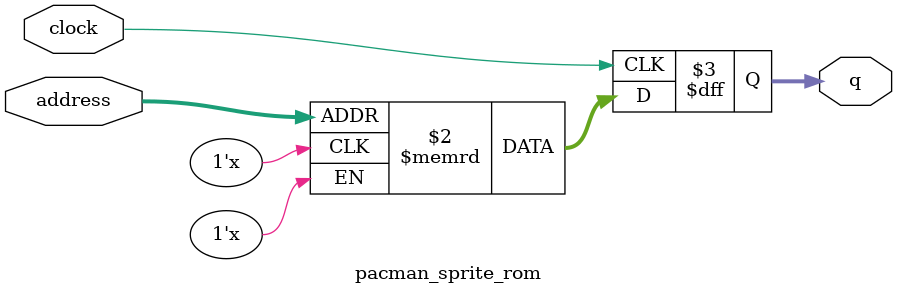
<source format=sv>
module pacman_sprite_rom (
	input logic clock,
	input logic [15:0] address,
	output logic [2:0] q
);

logic [2:0] memory [0:38399] /* synthesis ram_init_file = "./pacman_sprite/pacman_sprite.mif" */;

always_ff @ (posedge clock) begin
	q <= memory[address];
end

endmodule

</source>
